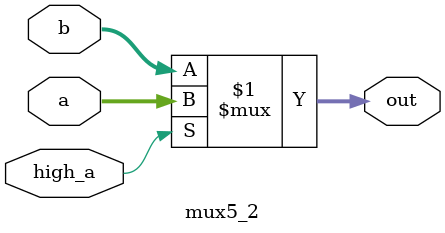
<source format=v>
module mux5_2 (
    input [4:0] a, b, 
    input high_a, 
    output [4:0] out);
  assign out = high_a ? a : b;
endmodule
</source>
